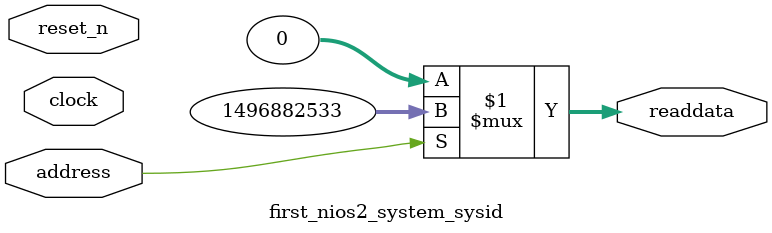
<source format=v>



// synthesis translate_off
`timescale 1ns / 1ps
// synthesis translate_on

// turn off superfluous verilog processor warnings 
// altera message_level Level1 
// altera message_off 10034 10035 10036 10037 10230 10240 10030 

module first_nios2_system_sysid (
               // inputs:
                address,
                clock,
                reset_n,

               // outputs:
                readdata
             )
;

  output  [ 31: 0] readdata;
  input            address;
  input            clock;
  input            reset_n;

  wire    [ 31: 0] readdata;
  //control_slave, which is an e_avalon_slave
  assign readdata = address ? 1496882533 : 0;

endmodule



</source>
